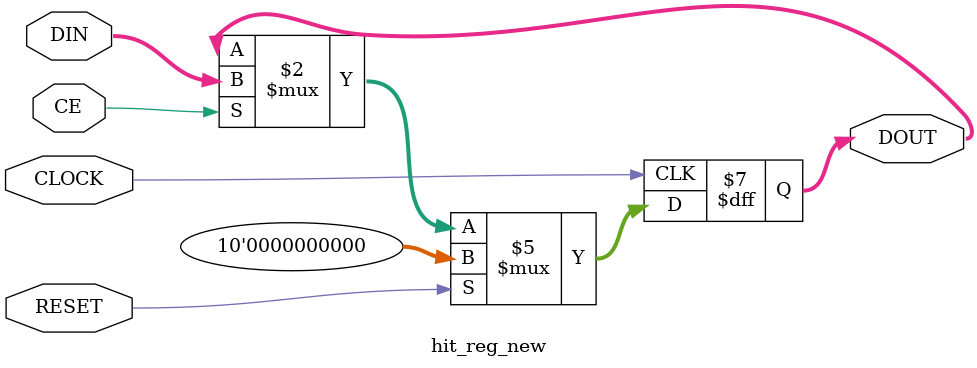
<source format=v>
`timescale 1ns / 1ps
module hit_reg_new(DIN, DOUT, RESET, CLOCK, CE);
	 parameter HITBITS = 10;
	 //parameter HITBITS = 15;
	 input [HITBITS-1:0] DIN;
    output [HITBITS-1:0] DOUT;
    input CLOCK;
    input CE;
	 input RESET;
	 reg [HITBITS-1:0] DOUT;
	always @(posedge CLOCK)
	if (RESET) DOUT <= {{HITBITS}{1'b0}};
	else if (CE)	DOUT <= DIN;
	
endmodule

</source>
